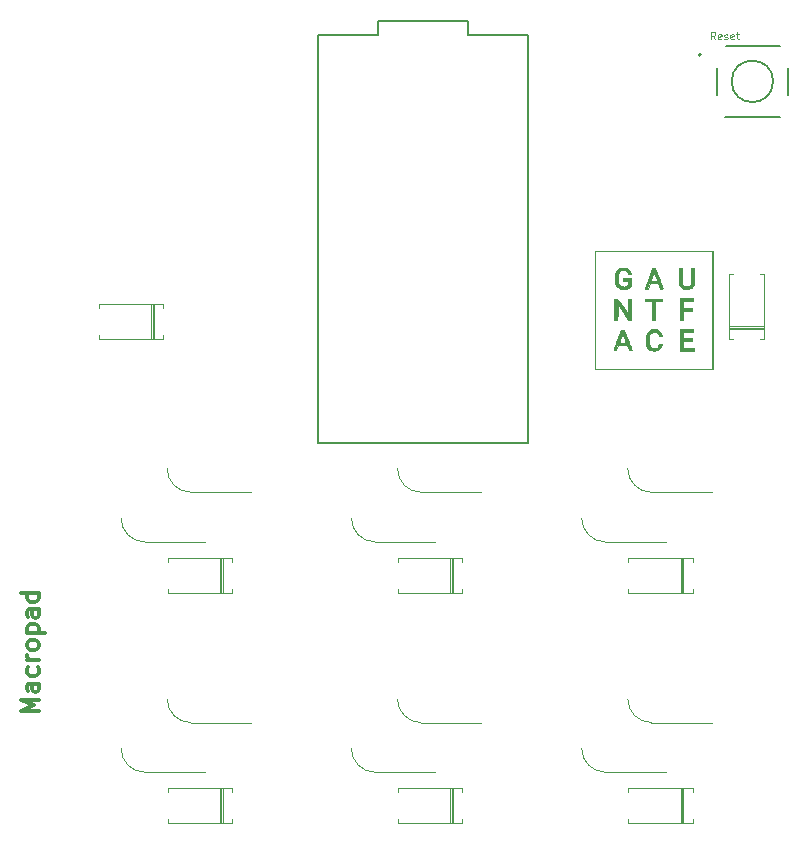
<source format=gto>
%TF.GenerationSoftware,KiCad,Pcbnew,5.1.9-73d0e3b20d~88~ubuntu20.10.1*%
%TF.CreationDate,2021-04-11T15:21:24-07:00*%
%TF.ProjectId,macropad-v2_0_0,6d616372-6f70-4616-942d-76325f305f30,rev?*%
%TF.SameCoordinates,Original*%
%TF.FileFunction,Legend,Top*%
%TF.FilePolarity,Positive*%
%FSLAX46Y46*%
G04 Gerber Fmt 4.6, Leading zero omitted, Abs format (unit mm)*
G04 Created by KiCad (PCBNEW 5.1.9-73d0e3b20d~88~ubuntu20.10.1) date 2021-04-11 15:21:24*
%MOMM*%
%LPD*%
G01*
G04 APERTURE LIST*
%ADD10C,0.300000*%
%ADD11C,0.120000*%
%ADD12C,0.150000*%
%ADD13C,0.010000*%
%ADD14C,0.127000*%
%ADD15C,0.200000*%
%ADD16C,0.015000*%
G04 APERTURE END LIST*
D10*
X104678571Y-159000000D02*
X103178571Y-159000000D01*
X104250000Y-158500000D01*
X103178571Y-158000000D01*
X104678571Y-158000000D01*
X104678571Y-156642857D02*
X103892857Y-156642857D01*
X103750000Y-156714285D01*
X103678571Y-156857142D01*
X103678571Y-157142857D01*
X103750000Y-157285714D01*
X104607142Y-156642857D02*
X104678571Y-156785714D01*
X104678571Y-157142857D01*
X104607142Y-157285714D01*
X104464285Y-157357142D01*
X104321428Y-157357142D01*
X104178571Y-157285714D01*
X104107142Y-157142857D01*
X104107142Y-156785714D01*
X104035714Y-156642857D01*
X104607142Y-155285714D02*
X104678571Y-155428571D01*
X104678571Y-155714285D01*
X104607142Y-155857142D01*
X104535714Y-155928571D01*
X104392857Y-156000000D01*
X103964285Y-156000000D01*
X103821428Y-155928571D01*
X103750000Y-155857142D01*
X103678571Y-155714285D01*
X103678571Y-155428571D01*
X103750000Y-155285714D01*
X104678571Y-154642857D02*
X103678571Y-154642857D01*
X103964285Y-154642857D02*
X103821428Y-154571428D01*
X103750000Y-154500000D01*
X103678571Y-154357142D01*
X103678571Y-154214285D01*
X104678571Y-153500000D02*
X104607142Y-153642857D01*
X104535714Y-153714285D01*
X104392857Y-153785714D01*
X103964285Y-153785714D01*
X103821428Y-153714285D01*
X103750000Y-153642857D01*
X103678571Y-153500000D01*
X103678571Y-153285714D01*
X103750000Y-153142857D01*
X103821428Y-153071428D01*
X103964285Y-153000000D01*
X104392857Y-153000000D01*
X104535714Y-153071428D01*
X104607142Y-153142857D01*
X104678571Y-153285714D01*
X104678571Y-153500000D01*
X103678571Y-152357142D02*
X105178571Y-152357142D01*
X103750000Y-152357142D02*
X103678571Y-152214285D01*
X103678571Y-151928571D01*
X103750000Y-151785714D01*
X103821428Y-151714285D01*
X103964285Y-151642857D01*
X104392857Y-151642857D01*
X104535714Y-151714285D01*
X104607142Y-151785714D01*
X104678571Y-151928571D01*
X104678571Y-152214285D01*
X104607142Y-152357142D01*
X104678571Y-150357142D02*
X103892857Y-150357142D01*
X103750000Y-150428571D01*
X103678571Y-150571428D01*
X103678571Y-150857142D01*
X103750000Y-151000000D01*
X104607142Y-150357142D02*
X104678571Y-150500000D01*
X104678571Y-150857142D01*
X104607142Y-151000000D01*
X104464285Y-151071428D01*
X104321428Y-151071428D01*
X104178571Y-151000000D01*
X104107142Y-150857142D01*
X104107142Y-150500000D01*
X104035714Y-150357142D01*
X104678571Y-149000000D02*
X103178571Y-149000000D01*
X104607142Y-149000000D02*
X104678571Y-149142857D01*
X104678571Y-149428571D01*
X104607142Y-149571428D01*
X104535714Y-149642857D01*
X104392857Y-149714285D01*
X103964285Y-149714285D01*
X103821428Y-149642857D01*
X103750000Y-149571428D01*
X103678571Y-149428571D01*
X103678571Y-149142857D01*
X103750000Y-149000000D01*
D11*
%TO.C,SW3*%
X152650000Y-144650000D02*
X157750000Y-144650000D01*
X156550000Y-140450000D02*
X161650000Y-140450000D01*
X154550000Y-138450000D02*
G75*
G03*
X156550000Y-140450000I2000000J0D01*
G01*
X150650000Y-142650000D02*
G75*
G03*
X152650000Y-144650000I2000000J0D01*
G01*
%TO.C,SW6*%
X152650000Y-164150000D02*
X157750000Y-164150000D01*
X156550000Y-159950000D02*
X161650000Y-159950000D01*
X154550000Y-157950000D02*
G75*
G03*
X156550000Y-159950000I2000000J0D01*
G01*
X150650000Y-162150000D02*
G75*
G03*
X152650000Y-164150000I2000000J0D01*
G01*
%TO.C,SW5*%
X133150000Y-164150000D02*
X138250000Y-164150000D01*
X137050000Y-159950000D02*
X142150000Y-159950000D01*
X135050000Y-157950000D02*
G75*
G03*
X137050000Y-159950000I2000000J0D01*
G01*
X131150000Y-162150000D02*
G75*
G03*
X133150000Y-164150000I2000000J0D01*
G01*
%TO.C,SW1*%
X113650000Y-144650000D02*
X118750000Y-144650000D01*
X117550000Y-140450000D02*
X122650000Y-140450000D01*
X115550000Y-138450000D02*
G75*
G03*
X117550000Y-140450000I2000000J0D01*
G01*
X111650000Y-142650000D02*
G75*
G03*
X113650000Y-144650000I2000000J0D01*
G01*
%TO.C,SW4*%
X113650000Y-164150000D02*
X118750000Y-164150000D01*
X117550000Y-159950000D02*
X122650000Y-159950000D01*
X115550000Y-157950000D02*
G75*
G03*
X117550000Y-159950000I2000000J0D01*
G01*
X111650000Y-162150000D02*
G75*
G03*
X113650000Y-164150000I2000000J0D01*
G01*
%TO.C,SW2*%
X133150000Y-144650000D02*
X138250000Y-144650000D01*
X137050000Y-140450000D02*
X142150000Y-140450000D01*
X131150000Y-142650000D02*
G75*
G03*
X133150000Y-144650000I2000000J0D01*
G01*
X135050000Y-138450000D02*
G75*
G03*
X137050000Y-140450000I2000000J0D01*
G01*
D12*
%TO.C,U1*%
X146140000Y-136240000D02*
X128360000Y-136240000D01*
X128360000Y-136240000D02*
X128360000Y-101760000D01*
X128360000Y-101760000D02*
X133440000Y-101760000D01*
X133440000Y-101760000D02*
X133440000Y-100560000D01*
X133440000Y-100560000D02*
X141060000Y-100560000D01*
X141060000Y-100560000D02*
X141060000Y-101760000D01*
X141060000Y-101760000D02*
X146140000Y-101760000D01*
X146140000Y-101760000D02*
X146140000Y-136240000D01*
D13*
%TO.C,Ref\u002A\u002A*%
G36*
X161745333Y-129995333D02*
G01*
X151754667Y-129995333D01*
X151754667Y-120025833D01*
X151775833Y-120025833D01*
X151775833Y-129974167D01*
X161724167Y-129974167D01*
X161724167Y-120025833D01*
X151775833Y-120025833D01*
X151754667Y-120025833D01*
X151754667Y-120004667D01*
X161745333Y-120004667D01*
X161745333Y-129995333D01*
G37*
X161745333Y-129995333D02*
X151754667Y-129995333D01*
X151754667Y-120025833D01*
X151775833Y-120025833D01*
X151775833Y-129974167D01*
X161724167Y-129974167D01*
X161724167Y-120025833D01*
X151775833Y-120025833D01*
X151754667Y-120025833D01*
X151754667Y-120004667D01*
X161745333Y-120004667D01*
X161745333Y-129995333D01*
G36*
X156951057Y-126664627D02*
G01*
X157094796Y-126706042D01*
X157211712Y-126777139D01*
X157305044Y-126879692D01*
X157356789Y-126968500D01*
X157392645Y-127047998D01*
X157421153Y-127122662D01*
X157435807Y-127174875D01*
X157447442Y-127243667D01*
X157178872Y-127243667D01*
X157166709Y-127168715D01*
X157128370Y-127051983D01*
X157057958Y-126960064D01*
X156960127Y-126896708D01*
X156839527Y-126865670D01*
X156787885Y-126863131D01*
X156649371Y-126881813D01*
X156532967Y-126936588D01*
X156438724Y-127027420D01*
X156366698Y-127154267D01*
X156355834Y-127181620D01*
X156338113Y-127254907D01*
X156325748Y-127358393D01*
X156318927Y-127480260D01*
X156317836Y-127608691D01*
X156322663Y-127731869D01*
X156333594Y-127837975D01*
X156344559Y-127894151D01*
X156397469Y-128028809D01*
X156476869Y-128135506D01*
X156577653Y-128211219D01*
X156694720Y-128252928D01*
X156822963Y-128257611D01*
X156921466Y-128235661D01*
X157006143Y-128196113D01*
X157072723Y-128136644D01*
X157126269Y-128050516D01*
X157171842Y-127930995D01*
X157185748Y-127883958D01*
X157212289Y-127866838D01*
X157279117Y-127858401D01*
X157321795Y-127857500D01*
X157450418Y-127857500D01*
X157436454Y-127936875D01*
X157391310Y-128087292D01*
X157314653Y-128220506D01*
X157212027Y-128329099D01*
X157088976Y-128405656D01*
X157084582Y-128407572D01*
X156968936Y-128442547D01*
X156832188Y-128461557D01*
X156692886Y-128463382D01*
X156569578Y-128446803D01*
X156553123Y-128442517D01*
X156415895Y-128382679D01*
X156293408Y-128288111D01*
X156192238Y-128165621D01*
X156118959Y-128022017D01*
X156103816Y-127977238D01*
X156087500Y-127905326D01*
X156072464Y-127808289D01*
X156061216Y-127703319D01*
X156058583Y-127667000D01*
X156057967Y-127435539D01*
X156085741Y-127231420D01*
X156141014Y-127055901D01*
X156222895Y-126910240D01*
X156330494Y-126795698D01*
X156462921Y-126713532D01*
X156619284Y-126665002D01*
X156777252Y-126651118D01*
X156951057Y-126664627D01*
G37*
X156951057Y-126664627D02*
X157094796Y-126706042D01*
X157211712Y-126777139D01*
X157305044Y-126879692D01*
X157356789Y-126968500D01*
X157392645Y-127047998D01*
X157421153Y-127122662D01*
X157435807Y-127174875D01*
X157447442Y-127243667D01*
X157178872Y-127243667D01*
X157166709Y-127168715D01*
X157128370Y-127051983D01*
X157057958Y-126960064D01*
X156960127Y-126896708D01*
X156839527Y-126865670D01*
X156787885Y-126863131D01*
X156649371Y-126881813D01*
X156532967Y-126936588D01*
X156438724Y-127027420D01*
X156366698Y-127154267D01*
X156355834Y-127181620D01*
X156338113Y-127254907D01*
X156325748Y-127358393D01*
X156318927Y-127480260D01*
X156317836Y-127608691D01*
X156322663Y-127731869D01*
X156333594Y-127837975D01*
X156344559Y-127894151D01*
X156397469Y-128028809D01*
X156476869Y-128135506D01*
X156577653Y-128211219D01*
X156694720Y-128252928D01*
X156822963Y-128257611D01*
X156921466Y-128235661D01*
X157006143Y-128196113D01*
X157072723Y-128136644D01*
X157126269Y-128050516D01*
X157171842Y-127930995D01*
X157185748Y-127883958D01*
X157212289Y-127866838D01*
X157279117Y-127858401D01*
X157321795Y-127857500D01*
X157450418Y-127857500D01*
X157436454Y-127936875D01*
X157391310Y-128087292D01*
X157314653Y-128220506D01*
X157212027Y-128329099D01*
X157088976Y-128405656D01*
X157084582Y-128407572D01*
X156968936Y-128442547D01*
X156832188Y-128461557D01*
X156692886Y-128463382D01*
X156569578Y-128446803D01*
X156553123Y-128442517D01*
X156415895Y-128382679D01*
X156293408Y-128288111D01*
X156192238Y-128165621D01*
X156118959Y-128022017D01*
X156103816Y-127977238D01*
X156087500Y-127905326D01*
X156072464Y-127808289D01*
X156061216Y-127703319D01*
X156058583Y-127667000D01*
X156057967Y-127435539D01*
X156085741Y-127231420D01*
X156141014Y-127055901D01*
X156222895Y-126910240D01*
X156330494Y-126795698D01*
X156462921Y-126713532D01*
X156619284Y-126665002D01*
X156777252Y-126651118D01*
X156951057Y-126664627D01*
G36*
X160115500Y-126862667D02*
G01*
X159226500Y-126862667D01*
X159226500Y-127413000D01*
X160009667Y-127413000D01*
X160009667Y-127624667D01*
X159226500Y-127624667D01*
X159226500Y-128259667D01*
X160136667Y-128259667D01*
X160136667Y-128471333D01*
X158951333Y-128471333D01*
X158951333Y-126651000D01*
X160115500Y-126651000D01*
X160115500Y-126862667D01*
G37*
X160115500Y-126862667D02*
X159226500Y-126862667D01*
X159226500Y-127413000D01*
X160009667Y-127413000D01*
X160009667Y-127624667D01*
X159226500Y-127624667D01*
X159226500Y-128259667D01*
X160136667Y-128259667D01*
X160136667Y-128471333D01*
X158951333Y-128471333D01*
X158951333Y-126651000D01*
X160115500Y-126651000D01*
X160115500Y-126862667D01*
G36*
X154544481Y-127523174D02*
G01*
X154613297Y-127701880D01*
X154677702Y-127869220D01*
X154736033Y-128020865D01*
X154786627Y-128152489D01*
X154827820Y-128259764D01*
X154857951Y-128338362D01*
X154875355Y-128383957D01*
X154878770Y-128393038D01*
X154882379Y-128413597D01*
X154868435Y-128424213D01*
X154828566Y-128427116D01*
X154759613Y-128424788D01*
X154626535Y-128418417D01*
X154470667Y-127995083D01*
X154112171Y-127989312D01*
X153753675Y-127983540D01*
X153592145Y-128429000D01*
X153464861Y-128429000D01*
X153394770Y-128428002D01*
X153358129Y-128422549D01*
X153346062Y-128408953D01*
X153349692Y-128383525D01*
X153350260Y-128381375D01*
X153360449Y-128351784D01*
X153384253Y-128287159D01*
X153419986Y-128191939D01*
X153465966Y-128070562D01*
X153520508Y-127927466D01*
X153579728Y-127772833D01*
X153830897Y-127772833D01*
X154105115Y-127772833D01*
X154207287Y-127771853D01*
X154292180Y-127769172D01*
X154351922Y-127765179D01*
X154378639Y-127760262D01*
X154379333Y-127759298D01*
X154372272Y-127729688D01*
X154353008Y-127670965D01*
X154324424Y-127590581D01*
X154289400Y-127495991D01*
X154250819Y-127394650D01*
X154211560Y-127294011D01*
X154174506Y-127201529D01*
X154142538Y-127124659D01*
X154118538Y-127070854D01*
X154105385Y-127047569D01*
X154104148Y-127047367D01*
X154091772Y-127072881D01*
X154068743Y-127129490D01*
X154038540Y-127208387D01*
X154009966Y-127286000D01*
X153970969Y-127393354D01*
X153931246Y-127502079D01*
X153896560Y-127596426D01*
X153880206Y-127640542D01*
X153830897Y-127772833D01*
X153579728Y-127772833D01*
X153581928Y-127767091D01*
X153648543Y-127593875D01*
X153677484Y-127518833D01*
X153992025Y-126703917D01*
X154224113Y-126691431D01*
X154544481Y-127523174D01*
G37*
X154544481Y-127523174D02*
X154613297Y-127701880D01*
X154677702Y-127869220D01*
X154736033Y-128020865D01*
X154786627Y-128152489D01*
X154827820Y-128259764D01*
X154857951Y-128338362D01*
X154875355Y-128383957D01*
X154878770Y-128393038D01*
X154882379Y-128413597D01*
X154868435Y-128424213D01*
X154828566Y-128427116D01*
X154759613Y-128424788D01*
X154626535Y-128418417D01*
X154470667Y-127995083D01*
X154112171Y-127989312D01*
X153753675Y-127983540D01*
X153592145Y-128429000D01*
X153464861Y-128429000D01*
X153394770Y-128428002D01*
X153358129Y-128422549D01*
X153346062Y-128408953D01*
X153349692Y-128383525D01*
X153350260Y-128381375D01*
X153360449Y-128351784D01*
X153384253Y-128287159D01*
X153419986Y-128191939D01*
X153465966Y-128070562D01*
X153520508Y-127927466D01*
X153579728Y-127772833D01*
X153830897Y-127772833D01*
X154105115Y-127772833D01*
X154207287Y-127771853D01*
X154292180Y-127769172D01*
X154351922Y-127765179D01*
X154378639Y-127760262D01*
X154379333Y-127759298D01*
X154372272Y-127729688D01*
X154353008Y-127670965D01*
X154324424Y-127590581D01*
X154289400Y-127495991D01*
X154250819Y-127394650D01*
X154211560Y-127294011D01*
X154174506Y-127201529D01*
X154142538Y-127124659D01*
X154118538Y-127070854D01*
X154105385Y-127047569D01*
X154104148Y-127047367D01*
X154091772Y-127072881D01*
X154068743Y-127129490D01*
X154038540Y-127208387D01*
X154009966Y-127286000D01*
X153970969Y-127393354D01*
X153931246Y-127502079D01*
X153896560Y-127596426D01*
X153880206Y-127640542D01*
X153830897Y-127772833D01*
X153579728Y-127772833D01*
X153581928Y-127767091D01*
X153648543Y-127593875D01*
X153677484Y-127518833D01*
X153992025Y-126703917D01*
X154224113Y-126691431D01*
X154544481Y-127523174D01*
G36*
X160115500Y-124259167D02*
G01*
X159226500Y-124259167D01*
X159226500Y-124851833D01*
X159988500Y-124851833D01*
X159988500Y-125063500D01*
X159226500Y-125063500D01*
X159226500Y-125867833D01*
X158951333Y-125867833D01*
X158951333Y-124026333D01*
X160115500Y-124026333D01*
X160115500Y-124259167D01*
G37*
X160115500Y-124259167D02*
X159226500Y-124259167D01*
X159226500Y-124851833D01*
X159988500Y-124851833D01*
X159988500Y-125063500D01*
X159226500Y-125063500D01*
X159226500Y-125867833D01*
X158951333Y-125867833D01*
X158951333Y-124026333D01*
X160115500Y-124026333D01*
X160115500Y-124259167D01*
G36*
X154107347Y-124713488D02*
G01*
X154538083Y-125379477D01*
X154543672Y-124713488D01*
X154549261Y-124047500D01*
X154802667Y-124047500D01*
X154802667Y-125848687D01*
X154671281Y-125842385D01*
X154539896Y-125836083D01*
X154115656Y-125180423D01*
X153691417Y-124524763D01*
X153685823Y-125185715D01*
X153680230Y-125846667D01*
X153426833Y-125846667D01*
X153426833Y-124047500D01*
X153676610Y-124047500D01*
X154107347Y-124713488D01*
G37*
X154107347Y-124713488D02*
X154538083Y-125379477D01*
X154543672Y-124713488D01*
X154549261Y-124047500D01*
X154802667Y-124047500D01*
X154802667Y-125848687D01*
X154671281Y-125842385D01*
X154539896Y-125836083D01*
X154115656Y-125180423D01*
X153691417Y-124524763D01*
X153685823Y-125185715D01*
X153680230Y-125846667D01*
X153426833Y-125846667D01*
X153426833Y-124047500D01*
X153676610Y-124047500D01*
X154107347Y-124713488D01*
G36*
X157448500Y-124259167D02*
G01*
X156877000Y-124259167D01*
X156877000Y-125825500D01*
X156623000Y-125825500D01*
X156623000Y-124259167D01*
X156051500Y-124259167D01*
X156051500Y-124047500D01*
X157448500Y-124047500D01*
X157448500Y-124259167D01*
G37*
X157448500Y-124259167D02*
X156877000Y-124259167D01*
X156877000Y-125825500D01*
X156623000Y-125825500D01*
X156623000Y-124259167D01*
X156051500Y-124259167D01*
X156051500Y-124047500D01*
X157448500Y-124047500D01*
X157448500Y-124259167D01*
G36*
X154238804Y-121431672D02*
G01*
X154391986Y-121462946D01*
X154528741Y-121520186D01*
X154639885Y-121600232D01*
X154671533Y-121633639D01*
X154708128Y-121688430D01*
X154746015Y-121762856D01*
X154778491Y-121841425D01*
X154798848Y-121908644D01*
X154802460Y-121936125D01*
X154800357Y-121968780D01*
X154786999Y-121986155D01*
X154752260Y-121993067D01*
X154686011Y-121994332D01*
X154680057Y-121994333D01*
X154557447Y-121994333D01*
X154532763Y-121902042D01*
X154485920Y-121802070D01*
X154409729Y-121723949D01*
X154312261Y-121669741D01*
X154201589Y-121641504D01*
X154085786Y-121641297D01*
X153972924Y-121671181D01*
X153871076Y-121733215D01*
X153871062Y-121733226D01*
X153791038Y-121827411D01*
X153732594Y-121955749D01*
X153696439Y-122115560D01*
X153683280Y-122304167D01*
X153686739Y-122430413D01*
X153711508Y-122614628D01*
X153761635Y-122765801D01*
X153836751Y-122883496D01*
X153936492Y-122967281D01*
X154060488Y-123016721D01*
X154195415Y-123031500D01*
X154338803Y-123020773D01*
X154449429Y-122987857D01*
X154522208Y-122940211D01*
X154546032Y-122913914D01*
X154560333Y-122880967D01*
X154567455Y-122830581D01*
X154569740Y-122751964D01*
X154569833Y-122720894D01*
X154569833Y-122544667D01*
X154146500Y-122544667D01*
X154146500Y-122333000D01*
X154802667Y-122333000D01*
X154802667Y-122672629D01*
X154802457Y-122799686D01*
X154801187Y-122891491D01*
X154797896Y-122955127D01*
X154791624Y-122997675D01*
X154781410Y-123026216D01*
X154766292Y-123047833D01*
X154749365Y-123065559D01*
X154700658Y-123103694D01*
X154630450Y-123146600D01*
X154574740Y-123175041D01*
X154510485Y-123201936D01*
X154449011Y-123219332D01*
X154377140Y-123229584D01*
X154281696Y-123235049D01*
X154231167Y-123236490D01*
X154132729Y-123237094D01*
X154045314Y-123234505D01*
X153980652Y-123229233D01*
X153956000Y-123224489D01*
X153820186Y-123162265D01*
X153692965Y-123071094D01*
X153586371Y-122960971D01*
X153523878Y-122865637D01*
X153481269Y-122753671D01*
X153450555Y-122611837D01*
X153432554Y-122451124D01*
X153428087Y-122282525D01*
X153437972Y-122117029D01*
X153458348Y-121986638D01*
X153512934Y-121814085D01*
X153596565Y-121671973D01*
X153708201Y-121561235D01*
X153846805Y-121482806D01*
X154011338Y-121437617D01*
X154078381Y-121429525D01*
X154238804Y-121431672D01*
G37*
X154238804Y-121431672D02*
X154391986Y-121462946D01*
X154528741Y-121520186D01*
X154639885Y-121600232D01*
X154671533Y-121633639D01*
X154708128Y-121688430D01*
X154746015Y-121762856D01*
X154778491Y-121841425D01*
X154798848Y-121908644D01*
X154802460Y-121936125D01*
X154800357Y-121968780D01*
X154786999Y-121986155D01*
X154752260Y-121993067D01*
X154686011Y-121994332D01*
X154680057Y-121994333D01*
X154557447Y-121994333D01*
X154532763Y-121902042D01*
X154485920Y-121802070D01*
X154409729Y-121723949D01*
X154312261Y-121669741D01*
X154201589Y-121641504D01*
X154085786Y-121641297D01*
X153972924Y-121671181D01*
X153871076Y-121733215D01*
X153871062Y-121733226D01*
X153791038Y-121827411D01*
X153732594Y-121955749D01*
X153696439Y-122115560D01*
X153683280Y-122304167D01*
X153686739Y-122430413D01*
X153711508Y-122614628D01*
X153761635Y-122765801D01*
X153836751Y-122883496D01*
X153936492Y-122967281D01*
X154060488Y-123016721D01*
X154195415Y-123031500D01*
X154338803Y-123020773D01*
X154449429Y-122987857D01*
X154522208Y-122940211D01*
X154546032Y-122913914D01*
X154560333Y-122880967D01*
X154567455Y-122830581D01*
X154569740Y-122751964D01*
X154569833Y-122720894D01*
X154569833Y-122544667D01*
X154146500Y-122544667D01*
X154146500Y-122333000D01*
X154802667Y-122333000D01*
X154802667Y-122672629D01*
X154802457Y-122799686D01*
X154801187Y-122891491D01*
X154797896Y-122955127D01*
X154791624Y-122997675D01*
X154781410Y-123026216D01*
X154766292Y-123047833D01*
X154749365Y-123065559D01*
X154700658Y-123103694D01*
X154630450Y-123146600D01*
X154574740Y-123175041D01*
X154510485Y-123201936D01*
X154449011Y-123219332D01*
X154377140Y-123229584D01*
X154281696Y-123235049D01*
X154231167Y-123236490D01*
X154132729Y-123237094D01*
X154045314Y-123234505D01*
X153980652Y-123229233D01*
X153956000Y-123224489D01*
X153820186Y-123162265D01*
X153692965Y-123071094D01*
X153586371Y-122960971D01*
X153523878Y-122865637D01*
X153481269Y-122753671D01*
X153450555Y-122611837D01*
X153432554Y-122451124D01*
X153428087Y-122282525D01*
X153437972Y-122117029D01*
X153458348Y-121986638D01*
X153512934Y-121814085D01*
X153596565Y-121671973D01*
X153708201Y-121561235D01*
X153846805Y-121482806D01*
X154011338Y-121437617D01*
X154078381Y-121429525D01*
X154238804Y-121431672D01*
G36*
X159141833Y-122090426D02*
G01*
X159141983Y-122277517D01*
X159142616Y-122427186D01*
X159144005Y-122544347D01*
X159146423Y-122633912D01*
X159150143Y-122700792D01*
X159155438Y-122749900D01*
X159162582Y-122786148D01*
X159171848Y-122814448D01*
X159183509Y-122839710D01*
X159247718Y-122928828D01*
X159335547Y-122987046D01*
X159450858Y-123016364D01*
X159533417Y-123020917D01*
X159666769Y-123007724D01*
X159770358Y-122966812D01*
X159848047Y-122896181D01*
X159883324Y-122839710D01*
X159894985Y-122814446D01*
X159904251Y-122786146D01*
X159911395Y-122749897D01*
X159916691Y-122700788D01*
X159920411Y-122633906D01*
X159922828Y-122544339D01*
X159924217Y-122427176D01*
X159924850Y-122277503D01*
X159925000Y-122090426D01*
X159925000Y-121422833D01*
X160181092Y-121422833D01*
X160174754Y-122138919D01*
X160168417Y-122855004D01*
X160104917Y-122956460D01*
X160051329Y-123027650D01*
X159987181Y-123093509D01*
X159956750Y-123118118D01*
X159833878Y-123182810D01*
X159687115Y-123223785D01*
X159528783Y-123239256D01*
X159371201Y-123227433D01*
X159304231Y-123212843D01*
X159164031Y-123153945D01*
X159043440Y-123060713D01*
X158962417Y-122958472D01*
X158898417Y-122855004D01*
X158892079Y-122138919D01*
X158885741Y-121422833D01*
X159141833Y-121422833D01*
X159141833Y-122090426D01*
G37*
X159141833Y-122090426D02*
X159141983Y-122277517D01*
X159142616Y-122427186D01*
X159144005Y-122544347D01*
X159146423Y-122633912D01*
X159150143Y-122700792D01*
X159155438Y-122749900D01*
X159162582Y-122786148D01*
X159171848Y-122814448D01*
X159183509Y-122839710D01*
X159247718Y-122928828D01*
X159335547Y-122987046D01*
X159450858Y-123016364D01*
X159533417Y-123020917D01*
X159666769Y-123007724D01*
X159770358Y-122966812D01*
X159848047Y-122896181D01*
X159883324Y-122839710D01*
X159894985Y-122814446D01*
X159904251Y-122786146D01*
X159911395Y-122749897D01*
X159916691Y-122700788D01*
X159920411Y-122633906D01*
X159922828Y-122544339D01*
X159924217Y-122427176D01*
X159924850Y-122277503D01*
X159925000Y-122090426D01*
X159925000Y-121422833D01*
X160181092Y-121422833D01*
X160174754Y-122138919D01*
X160168417Y-122855004D01*
X160104917Y-122956460D01*
X160051329Y-123027650D01*
X159987181Y-123093509D01*
X159956750Y-123118118D01*
X159833878Y-123182810D01*
X159687115Y-123223785D01*
X159528783Y-123239256D01*
X159371201Y-123227433D01*
X159304231Y-123212843D01*
X159164031Y-123153945D01*
X159043440Y-123060713D01*
X158962417Y-122958472D01*
X158898417Y-122855004D01*
X158892079Y-122138919D01*
X158885741Y-121422833D01*
X159141833Y-121422833D01*
X159141833Y-122090426D01*
G36*
X157177115Y-122280083D02*
G01*
X157245024Y-122458639D01*
X157308491Y-122626189D01*
X157365862Y-122778315D01*
X157415483Y-122910602D01*
X157455699Y-123018632D01*
X157484856Y-123097988D01*
X157501300Y-123144255D01*
X157504139Y-123153208D01*
X157508339Y-123179595D01*
X157497379Y-123193847D01*
X157462347Y-123199685D01*
X157394329Y-123200832D01*
X157390092Y-123200833D01*
X157263595Y-123200833D01*
X157184411Y-122978583D01*
X157105228Y-122756333D01*
X156394772Y-122756333D01*
X156315588Y-122978583D01*
X156236405Y-123200833D01*
X156109908Y-123200833D01*
X156040086Y-123199817D01*
X156003674Y-123194286D01*
X155991757Y-123180518D01*
X155995419Y-123154793D01*
X155995830Y-123153208D01*
X156005862Y-123123640D01*
X156029362Y-123058948D01*
X156064676Y-122963550D01*
X156110150Y-122841863D01*
X156164133Y-122698303D01*
X156224969Y-122537290D01*
X156232208Y-122518208D01*
X156480380Y-122518208D01*
X156485916Y-122529431D01*
X156515788Y-122537196D01*
X156574912Y-122541985D01*
X156668206Y-122544282D01*
X156750000Y-122544667D01*
X156868284Y-122543739D01*
X156949186Y-122540633D01*
X156997621Y-122534867D01*
X157018506Y-122525959D01*
X157019619Y-122518208D01*
X157009377Y-122490366D01*
X156987313Y-122429800D01*
X156956000Y-122343595D01*
X156918013Y-122238836D01*
X156885063Y-122147856D01*
X156843902Y-122035746D01*
X156807247Y-121938933D01*
X156777626Y-121863847D01*
X156757563Y-121816920D01*
X156750000Y-121803962D01*
X156739718Y-121822837D01*
X156717794Y-121875172D01*
X156686755Y-121954537D01*
X156649127Y-122054501D01*
X156614937Y-122147856D01*
X156573504Y-122262243D01*
X156536717Y-122363660D01*
X156507150Y-122445021D01*
X156487376Y-122499242D01*
X156480380Y-122518208D01*
X156232208Y-122518208D01*
X156291006Y-122363238D01*
X156322648Y-122280083D01*
X156637046Y-121454583D01*
X156862541Y-121454583D01*
X157177115Y-122280083D01*
G37*
X157177115Y-122280083D02*
X157245024Y-122458639D01*
X157308491Y-122626189D01*
X157365862Y-122778315D01*
X157415483Y-122910602D01*
X157455699Y-123018632D01*
X157484856Y-123097988D01*
X157501300Y-123144255D01*
X157504139Y-123153208D01*
X157508339Y-123179595D01*
X157497379Y-123193847D01*
X157462347Y-123199685D01*
X157394329Y-123200832D01*
X157390092Y-123200833D01*
X157263595Y-123200833D01*
X157184411Y-122978583D01*
X157105228Y-122756333D01*
X156394772Y-122756333D01*
X156315588Y-122978583D01*
X156236405Y-123200833D01*
X156109908Y-123200833D01*
X156040086Y-123199817D01*
X156003674Y-123194286D01*
X155991757Y-123180518D01*
X155995419Y-123154793D01*
X155995830Y-123153208D01*
X156005862Y-123123640D01*
X156029362Y-123058948D01*
X156064676Y-122963550D01*
X156110150Y-122841863D01*
X156164133Y-122698303D01*
X156224969Y-122537290D01*
X156232208Y-122518208D01*
X156480380Y-122518208D01*
X156485916Y-122529431D01*
X156515788Y-122537196D01*
X156574912Y-122541985D01*
X156668206Y-122544282D01*
X156750000Y-122544667D01*
X156868284Y-122543739D01*
X156949186Y-122540633D01*
X156997621Y-122534867D01*
X157018506Y-122525959D01*
X157019619Y-122518208D01*
X157009377Y-122490366D01*
X156987313Y-122429800D01*
X156956000Y-122343595D01*
X156918013Y-122238836D01*
X156885063Y-122147856D01*
X156843902Y-122035746D01*
X156807247Y-121938933D01*
X156777626Y-121863847D01*
X156757563Y-121816920D01*
X156750000Y-121803962D01*
X156739718Y-121822837D01*
X156717794Y-121875172D01*
X156686755Y-121954537D01*
X156649127Y-122054501D01*
X156614937Y-122147856D01*
X156573504Y-122262243D01*
X156536717Y-122363660D01*
X156507150Y-122445021D01*
X156487376Y-122499242D01*
X156480380Y-122518208D01*
X156232208Y-122518208D01*
X156291006Y-122363238D01*
X156322648Y-122280083D01*
X156637046Y-121454583D01*
X156862541Y-121454583D01*
X157177115Y-122280083D01*
D11*
%TO.C,D1*%
X120265000Y-148970000D02*
X120265000Y-146030000D01*
X120025000Y-148970000D02*
X120025000Y-146030000D01*
X120145000Y-148970000D02*
X120145000Y-146030000D01*
X115605000Y-146030000D02*
X115605000Y-146360000D01*
X121045000Y-146030000D02*
X115605000Y-146030000D01*
X121045000Y-146360000D02*
X121045000Y-146030000D01*
X115605000Y-148970000D02*
X115605000Y-148640000D01*
X121045000Y-148970000D02*
X115605000Y-148970000D01*
X121045000Y-148640000D02*
X121045000Y-148970000D01*
%TO.C,D2*%
X140545000Y-148640000D02*
X140545000Y-148970000D01*
X140545000Y-148970000D02*
X135105000Y-148970000D01*
X135105000Y-148970000D02*
X135105000Y-148640000D01*
X140545000Y-146360000D02*
X140545000Y-146030000D01*
X140545000Y-146030000D02*
X135105000Y-146030000D01*
X135105000Y-146030000D02*
X135105000Y-146360000D01*
X139645000Y-148970000D02*
X139645000Y-146030000D01*
X139525000Y-148970000D02*
X139525000Y-146030000D01*
X139765000Y-148970000D02*
X139765000Y-146030000D01*
%TO.C,D3*%
X159265000Y-148970000D02*
X159265000Y-146030000D01*
X159025000Y-148970000D02*
X159025000Y-146030000D01*
X159145000Y-148970000D02*
X159145000Y-146030000D01*
X154605000Y-146030000D02*
X154605000Y-146360000D01*
X160045000Y-146030000D02*
X154605000Y-146030000D01*
X160045000Y-146360000D02*
X160045000Y-146030000D01*
X154605000Y-148970000D02*
X154605000Y-148640000D01*
X160045000Y-148970000D02*
X154605000Y-148970000D01*
X160045000Y-148640000D02*
X160045000Y-148970000D01*
%TO.C,D4*%
X121045000Y-168140000D02*
X121045000Y-168470000D01*
X121045000Y-168470000D02*
X115605000Y-168470000D01*
X115605000Y-168470000D02*
X115605000Y-168140000D01*
X121045000Y-165860000D02*
X121045000Y-165530000D01*
X121045000Y-165530000D02*
X115605000Y-165530000D01*
X115605000Y-165530000D02*
X115605000Y-165860000D01*
X120145000Y-168470000D02*
X120145000Y-165530000D01*
X120025000Y-168470000D02*
X120025000Y-165530000D01*
X120265000Y-168470000D02*
X120265000Y-165530000D01*
%TO.C,D5*%
X139765000Y-168470000D02*
X139765000Y-165530000D01*
X139525000Y-168470000D02*
X139525000Y-165530000D01*
X139645000Y-168470000D02*
X139645000Y-165530000D01*
X135105000Y-165530000D02*
X135105000Y-165860000D01*
X140545000Y-165530000D02*
X135105000Y-165530000D01*
X140545000Y-165860000D02*
X140545000Y-165530000D01*
X135105000Y-168470000D02*
X135105000Y-168140000D01*
X140545000Y-168470000D02*
X135105000Y-168470000D01*
X140545000Y-168140000D02*
X140545000Y-168470000D01*
%TO.C,D6*%
X160045000Y-168140000D02*
X160045000Y-168470000D01*
X160045000Y-168470000D02*
X154605000Y-168470000D01*
X154605000Y-168470000D02*
X154605000Y-168140000D01*
X160045000Y-165860000D02*
X160045000Y-165530000D01*
X160045000Y-165530000D02*
X154605000Y-165530000D01*
X154605000Y-165530000D02*
X154605000Y-165860000D01*
X159145000Y-168470000D02*
X159145000Y-165530000D01*
X159025000Y-168470000D02*
X159025000Y-165530000D01*
X159265000Y-168470000D02*
X159265000Y-165530000D01*
%TO.C,D7*%
X114462000Y-127454000D02*
X114462000Y-124514000D01*
X114222000Y-127454000D02*
X114222000Y-124514000D01*
X114342000Y-127454000D02*
X114342000Y-124514000D01*
X109802000Y-124514000D02*
X109802000Y-124844000D01*
X115242000Y-124514000D02*
X109802000Y-124514000D01*
X115242000Y-124844000D02*
X115242000Y-124514000D01*
X109802000Y-127454000D02*
X109802000Y-127124000D01*
X115242000Y-127454000D02*
X109802000Y-127454000D01*
X115242000Y-127124000D02*
X115242000Y-127454000D01*
%TO.C,D8*%
X163452000Y-127434000D02*
X163122000Y-127434000D01*
X163122000Y-127434000D02*
X163122000Y-121994000D01*
X163122000Y-121994000D02*
X163452000Y-121994000D01*
X165732000Y-127434000D02*
X166062000Y-127434000D01*
X166062000Y-127434000D02*
X166062000Y-121994000D01*
X166062000Y-121994000D02*
X165732000Y-121994000D01*
X163122000Y-126534000D02*
X166062000Y-126534000D01*
X163122000Y-126414000D02*
X166062000Y-126414000D01*
X163122000Y-126654000D02*
X166062000Y-126654000D01*
D14*
%TO.C,Reset*%
X162900000Y-102669000D02*
X167400000Y-102669000D01*
X168100000Y-104514000D02*
X168100000Y-106814000D01*
X167400000Y-108659000D02*
X162800000Y-108659000D01*
X162105000Y-104514000D02*
X162105000Y-106814000D01*
X166855000Y-105664000D02*
G75*
G03*
X166855000Y-105664000I-1755000J0D01*
G01*
D15*
X160755000Y-103414000D02*
G75*
G03*
X160755000Y-103414000I-100000J0D01*
G01*
D16*
X161956503Y-102104892D02*
X161746289Y-101804586D01*
X161596136Y-102104892D02*
X161596136Y-101474249D01*
X161836381Y-101474249D01*
X161896442Y-101504280D01*
X161926473Y-101534311D01*
X161956503Y-101594372D01*
X161956503Y-101684464D01*
X161926473Y-101744525D01*
X161896442Y-101774556D01*
X161836381Y-101804586D01*
X161596136Y-101804586D01*
X162467024Y-102074862D02*
X162406963Y-102104892D01*
X162286840Y-102104892D01*
X162226779Y-102074862D01*
X162196748Y-102014801D01*
X162196748Y-101774556D01*
X162226779Y-101714494D01*
X162286840Y-101684464D01*
X162406963Y-101684464D01*
X162467024Y-101714494D01*
X162497055Y-101774556D01*
X162497055Y-101834617D01*
X162196748Y-101894678D01*
X162737300Y-102074862D02*
X162797361Y-102104892D01*
X162917483Y-102104892D01*
X162977544Y-102074862D01*
X163007575Y-102014801D01*
X163007575Y-101984770D01*
X162977544Y-101924709D01*
X162917483Y-101894678D01*
X162827391Y-101894678D01*
X162767330Y-101864647D01*
X162737300Y-101804586D01*
X162737300Y-101774556D01*
X162767330Y-101714494D01*
X162827391Y-101684464D01*
X162917483Y-101684464D01*
X162977544Y-101714494D01*
X163518096Y-102074862D02*
X163458034Y-102104892D01*
X163337912Y-102104892D01*
X163277851Y-102074862D01*
X163247820Y-102014801D01*
X163247820Y-101774556D01*
X163277851Y-101714494D01*
X163337912Y-101684464D01*
X163458034Y-101684464D01*
X163518096Y-101714494D01*
X163548126Y-101774556D01*
X163548126Y-101834617D01*
X163247820Y-101894678D01*
X163728310Y-101684464D02*
X163968555Y-101684464D01*
X163818402Y-101474249D02*
X163818402Y-102014801D01*
X163848432Y-102074862D01*
X163908494Y-102104892D01*
X163968555Y-102104892D01*
%TD*%
M02*

</source>
